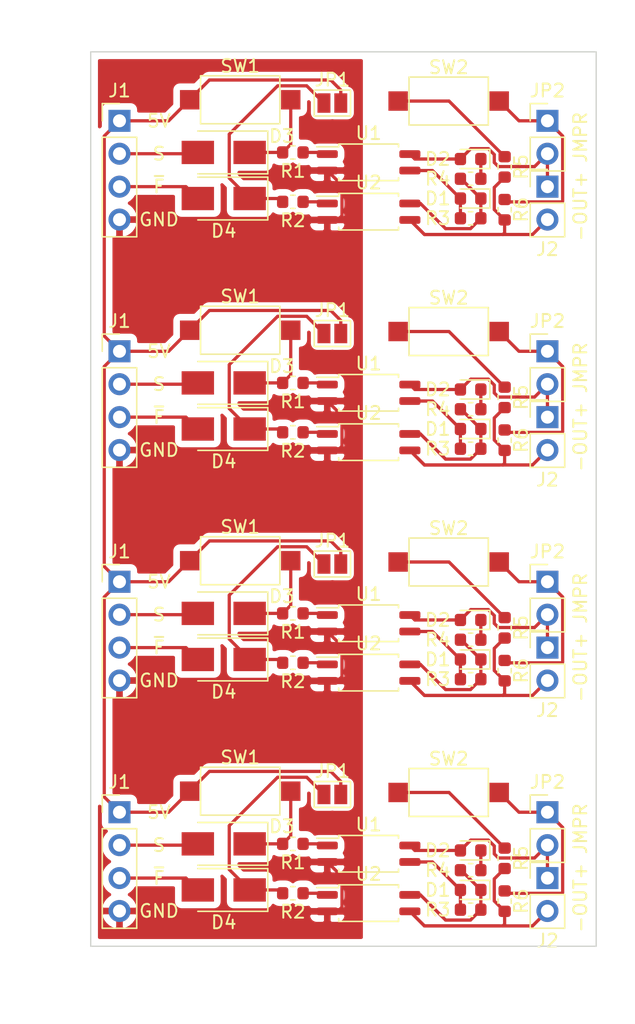
<source format=kicad_pcb>
(kicad_pcb (version 20171130) (host pcbnew "(5.1.6)-1")
  (layers (0 F.Cu signal) (31 B.Cu signal) (34 B.Paste user) (35 F.Paste user) (36 B.SilkS user) (37 F.SilkS user) (38 B.Mask user) (39 F.Mask user) (44 Edge.Cuts user))
  (net 0 "")
  (net 1 "Net-(D1-Pad1)")
  (net 2 "Net-(D1-Pad2)")
  (net 3 "Net-(D2-Pad1)")
  (net 4 /sheet62FC27C3/~fault_in)
  (net 5 /sheet62FC27C3/signal_in)
  (net 6 /sheet62FC27C3/CS_TX_unit_raw/data_transmittor_anode)
  (net 7 /sheet62FC27C3/CS_TX_unit_raw/fault_inducer_anode)
  (net 8 GND)
  (net 9 /signal)
  (net 10 /~fault)
  (net 11 +5V)
  (net 12 /out+)
  (net 13 /out-)
  (net 14 "Net-(JP2-Pad1)")
  (net 15 "Net-(R5-Pad2)")
  (module Connector_PinHeader_2.54mm:PinHeader_1x02_P2.54mm_Vertical (layer F.Cu) (at 105.24 183.74)
    (fp_text reference J2 (at 0 4.826) (layer F.SilkS))
    (fp_text value Conn_01x02_Male)
    (pad 2 thru_hole oval (at 0 2.54) (size 1.7 1.7) (drill 1) (layers *.Cu *.Mask))
    (pad 1 thru_hole rect (at 0 0) (size 1.7 1.7) (drill 1) (layers *.Cu *.Mask))
  )
  (module Connector_PinHeader_2.54mm:PinHeader_1x04_P2.54mm_Vertical (layer F.Cu) (at 72.22 178.66)
    (fp_text reference J1 (at 0 -2.33) (layer F.SilkS))
    (fp_text value Conn_01x04_Male)
    (pad 4 thru_hole oval (at 0 7.62) (size 1.7 1.7) (drill 1) (layers *.Cu *.Mask) (net 8 GND))
    (pad 3 thru_hole oval (at 0 5.08) (size 1.7 1.7) (drill 1) (layers *.Cu *.Mask))
    (pad 2 thru_hole oval (at 0 2.54) (size 1.7 1.7) (drill 1) (layers *.Cu *.Mask))
    (pad 1 thru_hole rect (at 0 0) (size 1.7 1.7) (drill 1) (layers *.Cu *.Mask) (net 11 +5V))
  )
  (module Button_Switch_SMD:SW_SPST_CK_RS282G05A3 (layer F.Cu) (at 81.534 177.036)
    (fp_text reference SW1 (at 0 -2.6) (layer F.SilkS))
    (fp_text value SW_Push)
    (pad 2 smd rect (at 3.9 0) (size 1.5 1.5) (layers F.Cu F.Paste F.Mask))
    (pad 1 smd rect (at -3.9 0) (size 1.5 1.5) (layers F.Cu F.Paste F.Mask) (net 11 +5V))
  )
  (module Diode_SMD:D_SMA (layer F.Cu) (at 80.264 184.656 180)
    (fp_text reference D4 (at 0 -2.5) (layer F.SilkS))
    (fp_text value D)
    (pad 1 smd rect (at -2 0 180) (size 2.5 1.8) (layers F.Cu F.Paste F.Mask))
    (pad 2 smd rect (at 2 0 180) (size 2.5 1.8) (layers F.Cu F.Paste F.Mask))
  )
  (module Diode_SMD:D_SMA (layer F.Cu) (at 80.264 181.1 180)
    (fp_text reference D3 (at -4.486 1.35) (layer F.SilkS))
    (fp_text value D)
    (pad 2 smd rect (at 2 0 180) (size 2.5 1.8) (layers F.Cu F.Paste F.Mask))
    (pad 1 smd rect (at -2 0 180) (size 2.5 1.8) (layers F.Cu F.Paste F.Mask))
  )
  (module Jumper:SolderJumper-2_P1.3mm_Open_Pad1.0x1.5mm (layer F.Cu) (at 88.646 177.29)
    (fp_text reference JP1 (at 0 -1.8) (layer F.SilkS))
    (fp_text value SolderJumper_2_Open)
    (pad 1 smd rect (at -0.65 0) (size 1 1.5) (layers F.Cu F.Mask))
    (pad 2 smd rect (at 0.65 0) (size 1 1.5) (layers F.Cu F.Mask) (net 11 +5V))
  )
  (module Resistor_SMD:R_0603_1608Metric (layer F.Cu) (at 101.938 185.518 270)
    (fp_text reference R6 (at 0 -1.27 90) (layer F.SilkS))
    (fp_text value 20k)
    (pad 2 smd roundrect (at 0.7875 0 270) (size 0.875 0.95) (layers F.Cu F.Paste F.Mask))
    (pad 1 smd roundrect (at -0.7875 0 270) (size 0.875 0.95) (layers F.Cu F.Paste F.Mask))
  )
  (module Resistor_SMD:R_0603_1608Metric (layer F.Cu) (at 101.938 182.216 90)
    (fp_text reference R5 (at 0 1.27 90) (layer F.SilkS))
    (fp_text value 1k)
    (pad 1 smd roundrect (at -0.7875 0 90) (size 0.875 0.95) (layers F.Cu F.Paste F.Mask))
    (pad 2 smd roundrect (at 0.7875 0 90) (size 0.875 0.95) (layers F.Cu F.Paste F.Mask))
  )
  (module Connector_PinHeader_2.54mm:PinHeader_1x02_P2.54mm_Vertical (layer F.Cu) (at 105.24 178.66)
    (fp_text reference JP2 (at 0 -2.33) (layer F.SilkS))
    (fp_text value Jumper)
    (pad 2 thru_hole oval (at 0 2.54) (size 1.7 1.7) (drill 1) (layers *.Cu *.Mask))
    (pad 1 thru_hole rect (at 0 0) (size 1.7 1.7) (drill 1) (layers *.Cu *.Mask))
  )
  (module Button_Switch_SMD:SW_SPST_CK_RS282G05A3 (layer F.Cu) (at 97.62 177.136)
    (fp_text reference SW2 (at 0 -2.6035) (layer F.SilkS))
    (fp_text value SW_Push)
    (pad 2 smd rect (at 3.9 0) (size 1.5 1.5) (layers F.Cu F.Paste F.Mask))
    (pad 1 smd rect (at -3.9 0) (size 1.5 1.5) (layers F.Cu F.Paste F.Mask))
  )
  (module Package_SO:SOP-4_4.4x2.6mm_P1.27mm (layer F.Cu) (at 91.44 181.862)
    (fp_text reference U1 (at 0 -2.25) (layer F.SilkS))
    (fp_text value TCMT1109)
    (pad 4 smd roundrect (at 3.1875 -0.635) (size 1.625 0.6) (layers F.Cu F.Paste F.Mask))
    (pad 3 smd roundrect (at 3.1875 0.635) (size 1.625 0.6) (layers F.Cu F.Paste F.Mask))
    (pad 2 smd roundrect (at -3.1875 0.635) (size 1.625 0.6) (layers F.Cu F.Paste F.Mask) (net 8 GND))
    (pad 1 smd roundrect (at -3.1875 -0.635) (size 1.625 0.6) (layers F.Cu F.Paste F.Mask))
  )
  (module LED_SMD:LED_0603_1608Metric (layer F.Cu) (at 99.314 184.656 180)
    (fp_text reference D1 (at 2.54 0) (layer F.SilkS))
    (fp_text value GREEN)
    (pad 2 smd roundrect (at 0.7875 0 180) (size 0.875 0.95) (layers F.Cu F.Paste F.Mask))
    (pad 1 smd roundrect (at -0.7875 0 180) (size 0.875 0.95) (layers F.Cu F.Paste F.Mask))
  )
  (module Resistor_SMD:R_0603_1608Metric (layer F.Cu) (at 99.314 186.18 180)
    (fp_text reference R3 (at 2.54 0) (layer F.SilkS))
    (fp_text value 1k)
    (pad 1 smd roundrect (at -0.7875 0 180) (size 0.875 0.95) (layers F.Cu F.Paste F.Mask))
    (pad 2 smd roundrect (at 0.7875 0 180) (size 0.875 0.95) (layers F.Cu F.Paste F.Mask))
  )
  (module Resistor_SMD:R_0603_1608Metric (layer F.Cu) (at 85.598 184.91 180)
    (fp_text reference R2 (at 0 -1.43) (layer F.SilkS))
    (fp_text value 500)
    (pad 1 smd roundrect (at -0.7875 0 180) (size 0.875 0.95) (layers F.Cu F.Paste F.Mask))
    (pad 2 smd roundrect (at 0.7875 0 180) (size 0.875 0.95) (layers F.Cu F.Paste F.Mask))
  )
  (module Resistor_SMD:R_0603_1608Metric (layer F.Cu) (at 85.598 181.1 180)
    (fp_text reference R1 (at 0 -1.43) (layer F.SilkS))
    (fp_text value 500)
    (pad 2 smd roundrect (at 0.7875 0 180) (size 0.875 0.95) (layers F.Cu F.Paste F.Mask))
    (pad 1 smd roundrect (at -0.7875 0 180) (size 0.875 0.95) (layers F.Cu F.Paste F.Mask))
  )
  (module LED_SMD:LED_0603_1608Metric (layer F.Cu) (at 99.314 181.608 180)
    (fp_text reference D2 (at 2.54 0) (layer F.SilkS))
    (fp_text value GREEN)
    (pad 1 smd roundrect (at -0.7875 0 180) (size 0.875 0.95) (layers F.Cu F.Paste F.Mask))
    (pad 2 smd roundrect (at 0.7875 0 180) (size 0.875 0.95) (layers F.Cu F.Paste F.Mask))
  )
  (module Resistor_SMD:R_0603_1608Metric (layer F.Cu) (at 99.314 183.132 180)
    (fp_text reference R4 (at 2.54 0) (layer F.SilkS))
    (fp_text value 20k)
    (pad 2 smd roundrect (at 0.7875 0 180) (size 0.875 0.95) (layers F.Cu F.Paste F.Mask))
    (pad 1 smd roundrect (at -0.7875 0 180) (size 0.875 0.95) (layers F.Cu F.Paste F.Mask))
  )
  (module Package_SO:SOP-4_4.4x2.6mm_P1.27mm (layer F.Cu) (at 91.44 185.672)
    (fp_text reference U2 (at 0 -2.25) (layer F.SilkS))
    (fp_text value TCMT1109)
    (pad 1 smd roundrect (at -3.1875 -0.635) (size 1.625 0.6) (layers F.Cu F.Paste F.Mask))
    (pad 2 smd roundrect (at -3.1875 0.635) (size 1.625 0.6) (layers F.Cu F.Paste F.Mask) (net 8 GND))
    (pad 3 smd roundrect (at 3.1875 0.635) (size 1.625 0.6) (layers F.Cu F.Paste F.Mask))
    (pad 4 smd roundrect (at 3.1875 -0.635) (size 1.625 0.6) (layers F.Cu F.Paste F.Mask))
  )
  (module Connector_PinHeader_2.54mm:PinHeader_1x02_P2.54mm_Vertical (layer F.Cu) (at 105.24 165.96)
    (fp_text reference J2 (at 0 4.826) (layer F.SilkS))
    (fp_text value Conn_01x02_Male)
    (pad 2 thru_hole oval (at 0 2.54) (size 1.7 1.7) (drill 1) (layers *.Cu *.Mask))
    (pad 1 thru_hole rect (at 0 0) (size 1.7 1.7) (drill 1) (layers *.Cu *.Mask))
  )
  (module Connector_PinHeader_2.54mm:PinHeader_1x04_P2.54mm_Vertical (layer F.Cu) (at 72.22 160.88)
    (fp_text reference J1 (at 0 -2.33) (layer F.SilkS))
    (fp_text value Conn_01x04_Male)
    (pad 4 thru_hole oval (at 0 7.62) (size 1.7 1.7) (drill 1) (layers *.Cu *.Mask) (net 8 GND))
    (pad 3 thru_hole oval (at 0 5.08) (size 1.7 1.7) (drill 1) (layers *.Cu *.Mask))
    (pad 2 thru_hole oval (at 0 2.54) (size 1.7 1.7) (drill 1) (layers *.Cu *.Mask))
    (pad 1 thru_hole rect (at 0 0) (size 1.7 1.7) (drill 1) (layers *.Cu *.Mask) (net 11 +5V))
  )
  (module Button_Switch_SMD:SW_SPST_CK_RS282G05A3 (layer F.Cu) (at 81.534 159.256)
    (fp_text reference SW1 (at 0 -2.6) (layer F.SilkS))
    (fp_text value SW_Push)
    (pad 2 smd rect (at 3.9 0) (size 1.5 1.5) (layers F.Cu F.Paste F.Mask))
    (pad 1 smd rect (at -3.9 0) (size 1.5 1.5) (layers F.Cu F.Paste F.Mask) (net 11 +5V))
  )
  (module Diode_SMD:D_SMA (layer F.Cu) (at 80.264 166.876 180)
    (fp_text reference D4 (at 0 -2.5) (layer F.SilkS))
    (fp_text value D)
    (pad 1 smd rect (at -2 0 180) (size 2.5 1.8) (layers F.Cu F.Paste F.Mask))
    (pad 2 smd rect (at 2 0 180) (size 2.5 1.8) (layers F.Cu F.Paste F.Mask))
  )
  (module Diode_SMD:D_SMA (layer F.Cu) (at 80.264 163.32 180)
    (fp_text reference D3 (at -4.486 1.32) (layer F.SilkS))
    (fp_text value D)
    (pad 2 smd rect (at 2 0 180) (size 2.5 1.8) (layers F.Cu F.Paste F.Mask))
    (pad 1 smd rect (at -2 0 180) (size 2.5 1.8) (layers F.Cu F.Paste F.Mask))
  )
  (module Jumper:SolderJumper-2_P1.3mm_Open_Pad1.0x1.5mm (layer F.Cu) (at 88.646 159.51)
    (fp_text reference JP1 (at 0 -1.8) (layer F.SilkS))
    (fp_text value SolderJumper_2_Open)
    (pad 1 smd rect (at -0.65 0) (size 1 1.5) (layers F.Cu F.Mask))
    (pad 2 smd rect (at 0.65 0) (size 1 1.5) (layers F.Cu F.Mask) (net 11 +5V))
  )
  (module Resistor_SMD:R_0603_1608Metric (layer F.Cu) (at 101.938 167.738 270)
    (fp_text reference R6 (at 0 -1.27 90) (layer F.SilkS))
    (fp_text value 20k)
    (pad 2 smd roundrect (at 0.7875 0 270) (size 0.875 0.95) (layers F.Cu F.Paste F.Mask))
    (pad 1 smd roundrect (at -0.7875 0 270) (size 0.875 0.95) (layers F.Cu F.Paste F.Mask))
  )
  (module Resistor_SMD:R_0603_1608Metric (layer F.Cu) (at 101.938 164.436 90)
    (fp_text reference R5 (at 0 1.27 90) (layer F.SilkS))
    (fp_text value 1k)
    (pad 1 smd roundrect (at -0.7875 0 90) (size 0.875 0.95) (layers F.Cu F.Paste F.Mask))
    (pad 2 smd roundrect (at 0.7875 0 90) (size 0.875 0.95) (layers F.Cu F.Paste F.Mask))
  )
  (module Connector_PinHeader_2.54mm:PinHeader_1x02_P2.54mm_Vertical (layer F.Cu) (at 105.24 160.88)
    (fp_text reference JP2 (at 0 -2.33) (layer F.SilkS))
    (fp_text value Jumper)
    (pad 2 thru_hole oval (at 0 2.54) (size 1.7 1.7) (drill 1) (layers *.Cu *.Mask))
    (pad 1 thru_hole rect (at 0 0) (size 1.7 1.7) (drill 1) (layers *.Cu *.Mask))
  )
  (module Button_Switch_SMD:SW_SPST_CK_RS282G05A3 (layer F.Cu) (at 97.62 159.356)
    (fp_text reference SW2 (at 0 -2.6035) (layer F.SilkS))
    (fp_text value SW_Push)
    (pad 2 smd rect (at 3.9 0) (size 1.5 1.5) (layers F.Cu F.Paste F.Mask))
    (pad 1 smd rect (at -3.9 0) (size 1.5 1.5) (layers F.Cu F.Paste F.Mask))
  )
  (module Package_SO:SOP-4_4.4x2.6mm_P1.27mm (layer F.Cu) (at 91.44 164.082)
    (fp_text reference U1 (at 0 -2.25) (layer F.SilkS))
    (fp_text value TCMT1109)
    (pad 4 smd roundrect (at 3.1875 -0.635) (size 1.625 0.6) (layers F.Cu F.Paste F.Mask))
    (pad 3 smd roundrect (at 3.1875 0.635) (size 1.625 0.6) (layers F.Cu F.Paste F.Mask))
    (pad 2 smd roundrect (at -3.1875 0.635) (size 1.625 0.6) (layers F.Cu F.Paste F.Mask) (net 8 GND))
    (pad 1 smd roundrect (at -3.1875 -0.635) (size 1.625 0.6) (layers F.Cu F.Paste F.Mask))
  )
  (module LED_SMD:LED_0603_1608Metric (layer F.Cu) (at 99.314 166.876 180)
    (fp_text reference D1 (at 2.54 0) (layer F.SilkS))
    (fp_text value GREEN)
    (pad 2 smd roundrect (at 0.7875 0 180) (size 0.875 0.95) (layers F.Cu F.Paste F.Mask))
    (pad 1 smd roundrect (at -0.7875 0 180) (size 0.875 0.95) (layers F.Cu F.Paste F.Mask))
  )
  (module Resistor_SMD:R_0603_1608Metric (layer F.Cu) (at 99.314 168.4 180)
    (fp_text reference R3 (at 2.54 0) (layer F.SilkS))
    (fp_text value 1k)
    (pad 1 smd roundrect (at -0.7875 0 180) (size 0.875 0.95) (layers F.Cu F.Paste F.Mask))
    (pad 2 smd roundrect (at 0.7875 0 180) (size 0.875 0.95) (layers F.Cu F.Paste F.Mask))
  )
  (module Resistor_SMD:R_0603_1608Metric (layer F.Cu) (at 85.598 167.13 180)
    (fp_text reference R2 (at 0 -1.43) (layer F.SilkS))
    (fp_text value 500)
    (pad 1 smd roundrect (at -0.7875 0 180) (size 0.875 0.95) (layers F.Cu F.Paste F.Mask))
    (pad 2 smd roundrect (at 0.7875 0 180) (size 0.875 0.95) (layers F.Cu F.Paste F.Mask))
  )
  (module Resistor_SMD:R_0603_1608Metric (layer F.Cu) (at 85.598 163.32 180)
    (fp_text reference R1 (at 0 -1.43) (layer F.SilkS))
    (fp_text value 500)
    (pad 2 smd roundrect (at 0.7875 0 180) (size 0.875 0.95) (layers F.Cu F.Paste F.Mask))
    (pad 1 smd roundrect (at -0.7875 0 180) (size 0.875 0.95) (layers F.Cu F.Paste F.Mask))
  )
  (module LED_SMD:LED_0603_1608Metric (layer F.Cu) (at 99.314 163.828 180)
    (fp_text reference D2 (at 2.54 0) (layer F.SilkS))
    (fp_text value GREEN)
    (pad 1 smd roundrect (at -0.7875 0 180) (size 0.875 0.95) (layers F.Cu F.Paste F.Mask))
    (pad 2 smd roundrect (at 0.7875 0 180) (size 0.875 0.95) (layers F.Cu F.Paste F.Mask))
  )
  (module Resistor_SMD:R_0603_1608Metric (layer F.Cu) (at 99.314 165.352 180)
    (fp_text reference R4 (at 2.54 0) (layer F.SilkS))
    (fp_text value 20k)
    (pad 2 smd roundrect (at 0.7875 0 180) (size 0.875 0.95) (layers F.Cu F.Paste F.Mask))
    (pad 1 smd roundrect (at -0.7875 0 180) (size 0.875 0.95) (layers F.Cu F.Paste F.Mask))
  )
  (module Package_SO:SOP-4_4.4x2.6mm_P1.27mm (layer F.Cu) (at 91.44 167.892)
    (fp_text reference U2 (at 0 -2.25) (layer F.SilkS))
    (fp_text value TCMT1109)
    (pad 1 smd roundrect (at -3.1875 -0.635) (size 1.625 0.6) (layers F.Cu F.Paste F.Mask))
    (pad 2 smd roundrect (at -3.1875 0.635) (size 1.625 0.6) (layers F.Cu F.Paste F.Mask) (net 8 GND))
    (pad 3 smd roundrect (at 3.1875 0.635) (size 1.625 0.6) (layers F.Cu F.Paste F.Mask))
    (pad 4 smd roundrect (at 3.1875 -0.635) (size 1.625 0.6) (layers F.Cu F.Paste F.Mask))
  )
  (module Connector_PinHeader_2.54mm:PinHeader_1x02_P2.54mm_Vertical (layer F.Cu) (at 105.24 148.18)
    (fp_text reference J2 (at 0 4.826) (layer F.SilkS))
    (fp_text value Conn_01x02_Male)
    (pad 2 thru_hole oval (at 0 2.54) (size 1.7 1.7) (drill 1) (layers *.Cu *.Mask))
    (pad 1 thru_hole rect (at 0 0) (size 1.7 1.7) (drill 1) (layers *.Cu *.Mask))
  )
  (module Connector_PinHeader_2.54mm:PinHeader_1x04_P2.54mm_Vertical (layer F.Cu) (at 72.22 143.1)
    (fp_text reference J1 (at 0 -2.33) (layer F.SilkS))
    (fp_text value Conn_01x04_Male)
    (pad 4 thru_hole oval (at 0 7.62) (size 1.7 1.7) (drill 1) (layers *.Cu *.Mask) (net 8 GND))
    (pad 3 thru_hole oval (at 0 5.08) (size 1.7 1.7) (drill 1) (layers *.Cu *.Mask))
    (pad 2 thru_hole oval (at 0 2.54) (size 1.7 1.7) (drill 1) (layers *.Cu *.Mask))
    (pad 1 thru_hole rect (at 0 0) (size 1.7 1.7) (drill 1) (layers *.Cu *.Mask) (net 11 +5V))
  )
  (module Button_Switch_SMD:SW_SPST_CK_RS282G05A3 (layer F.Cu) (at 81.534 141.476)
    (fp_text reference SW1 (at 0 -2.6) (layer F.SilkS))
    (fp_text value SW_Push)
    (pad 2 smd rect (at 3.9 0) (size 1.5 1.5) (layers F.Cu F.Paste F.Mask))
    (pad 1 smd rect (at -3.9 0) (size 1.5 1.5) (layers F.Cu F.Paste F.Mask) (net 11 +5V))
  )
  (module Diode_SMD:D_SMA (layer F.Cu) (at 80.264 149.096 180)
    (fp_text reference D4 (at 0 -2.5) (layer F.SilkS))
    (fp_text value D)
    (pad 1 smd rect (at -2 0 180) (size 2.5 1.8) (layers F.Cu F.Paste F.Mask))
    (pad 2 smd rect (at 2 0 180) (size 2.5 1.8) (layers F.Cu F.Paste F.Mask))
  )
  (module Diode_SMD:D_SMA (layer F.Cu) (at 80.264 145.54 180)
    (fp_text reference D3 (at -4.486 1.29) (layer F.SilkS))
    (fp_text value D)
    (pad 2 smd rect (at 2 0 180) (size 2.5 1.8) (layers F.Cu F.Paste F.Mask))
    (pad 1 smd rect (at -2 0 180) (size 2.5 1.8) (layers F.Cu F.Paste F.Mask))
  )
  (module Jumper:SolderJumper-2_P1.3mm_Open_Pad1.0x1.5mm (layer F.Cu) (at 88.646 141.73)
    (fp_text reference JP1 (at 0 -1.8) (layer F.SilkS))
    (fp_text value SolderJumper_2_Open)
    (pad 1 smd rect (at -0.65 0) (size 1 1.5) (layers F.Cu F.Mask))
    (pad 2 smd rect (at 0.65 0) (size 1 1.5) (layers F.Cu F.Mask) (net 11 +5V))
  )
  (module Resistor_SMD:R_0603_1608Metric (layer F.Cu) (at 101.938 149.958 270)
    (fp_text reference R6 (at 0 -1.27 90) (layer F.SilkS))
    (fp_text value 20k)
    (pad 2 smd roundrect (at 0.7875 0 270) (size 0.875 0.95) (layers F.Cu F.Paste F.Mask))
    (pad 1 smd roundrect (at -0.7875 0 270) (size 0.875 0.95) (layers F.Cu F.Paste F.Mask))
  )
  (module Resistor_SMD:R_0603_1608Metric (layer F.Cu) (at 101.938 146.656 90)
    (fp_text reference R5 (at 0 1.27 90) (layer F.SilkS))
    (fp_text value 1k)
    (pad 1 smd roundrect (at -0.7875 0 90) (size 0.875 0.95) (layers F.Cu F.Paste F.Mask))
    (pad 2 smd roundrect (at 0.7875 0 90) (size 0.875 0.95) (layers F.Cu F.Paste F.Mask))
  )
  (module Connector_PinHeader_2.54mm:PinHeader_1x02_P2.54mm_Vertical (layer F.Cu) (at 105.24 143.1)
    (fp_text reference JP2 (at 0 -2.33) (layer F.SilkS))
    (fp_text value Jumper)
    (pad 2 thru_hole oval (at 0 2.54) (size 1.7 1.7) (drill 1) (layers *.Cu *.Mask))
    (pad 1 thru_hole rect (at 0 0) (size 1.7 1.7) (drill 1) (layers *.Cu *.Mask))
  )
  (module Button_Switch_SMD:SW_SPST_CK_RS282G05A3 (layer F.Cu) (at 97.62 141.576)
    (fp_text reference SW2 (at 0 -2.6035) (layer F.SilkS))
    (fp_text value SW_Push)
    (pad 2 smd rect (at 3.9 0) (size 1.5 1.5) (layers F.Cu F.Paste F.Mask))
    (pad 1 smd rect (at -3.9 0) (size 1.5 1.5) (layers F.Cu F.Paste F.Mask))
  )
  (module Package_SO:SOP-4_4.4x2.6mm_P1.27mm (layer F.Cu) (at 91.44 146.302)
    (fp_text reference U1 (at 0 -2.25) (layer F.SilkS))
    (fp_text value TCMT1109)
    (pad 4 smd roundrect (at 3.1875 -0.635) (size 1.625 0.6) (layers F.Cu F.Paste F.Mask))
    (pad 3 smd roundrect (at 3.1875 0.635) (size 1.625 0.6) (layers F.Cu F.Paste F.Mask))
    (pad 2 smd roundrect (at -3.1875 0.635) (size 1.625 0.6) (layers F.Cu F.Paste F.Mask) (net 8 GND))
    (pad 1 smd roundrect (at -3.1875 -0.635) (size 1.625 0.6) (layers F.Cu F.Paste F.Mask))
  )
  (module LED_SMD:LED_0603_1608Metric (layer F.Cu) (at 99.314 149.096 180)
    (fp_text reference D1 (at 2.54 0) (layer F.SilkS))
    (fp_text value GREEN)
    (pad 2 smd roundrect (at 0.7875 0 180) (size 0.875 0.95) (layers F.Cu F.Paste F.Mask))
    (pad 1 smd roundrect (at -0.7875 0 180) (size 0.875 0.95) (layers F.Cu F.Paste F.Mask))
  )
  (module Resistor_SMD:R_0603_1608Metric (layer F.Cu) (at 99.314 150.62 180)
    (fp_text reference R3 (at 2.54 0) (layer F.SilkS))
    (fp_text value 1k)
    (pad 1 smd roundrect (at -0.7875 0 180) (size 0.875 0.95) (layers F.Cu F.Paste F.Mask))
    (pad 2 smd roundrect (at 0.7875 0 180) (size 0.875 0.95) (layers F.Cu F.Paste F.Mask))
  )
  (module Resistor_SMD:R_0603_1608Metric (layer F.Cu) (at 85.598 149.35 180)
    (fp_text reference R2 (at 0 -1.43) (layer F.SilkS))
    (fp_text value 500)
    (pad 1 smd roundrect (at -0.7875 0 180) (size 0.875 0.95) (layers F.Cu F.Paste F.Mask))
    (pad 2 smd roundrect (at 0.7875 0 180) (size 0.875 0.95) (layers F.Cu F.Paste F.Mask))
  )
  (module Resistor_SMD:R_0603_1608Metric (layer F.Cu) (at 85.598 145.54 180)
    (fp_text reference R1 (at 0 -1.43) (layer F.SilkS))
    (fp_text value 500)
    (pad 2 smd roundrect (at 0.7875 0 180) (size 0.875 0.95) (layers F.Cu F.Paste F.Mask))
    (pad 1 smd roundrect (at -0.7875 0 180) (size 0.875 0.95) (layers F.Cu F.Paste F.Mask))
  )
  (module LED_SMD:LED_0603_1608Metric (layer F.Cu) (at 99.314 146.048 180)
    (fp_text reference D2 (at 2.54 0) (layer F.SilkS))
    (fp_text value GREEN)
    (pad 1 smd roundrect (at -0.7875 0 180) (size 0.875 0.95) (layers F.Cu F.Paste F.Mask))
    (pad 2 smd roundrect (at 0.7875 0 180) (size 0.875 0.95) (layers F.Cu F.Paste F.Mask))
  )
  (module Resistor_SMD:R_0603_1608Metric (layer F.Cu) (at 99.314 147.572 180)
    (fp_text reference R4 (at 2.54 0) (layer F.SilkS))
    (fp_text value 20k)
    (pad 2 smd roundrect (at 0.7875 0 180) (size 0.875 0.95) (layers F.Cu F.Paste F.Mask))
    (pad 1 smd roundrect (at -0.7875 0 180) (size 0.875 0.95) (layers F.Cu F.Paste F.Mask))
  )
  (module Package_SO:SOP-4_4.4x2.6mm_P1.27mm (layer F.Cu) (at 91.44 150.112)
    (fp_text reference U2 (at 0 -2.25) (layer F.SilkS))
    (fp_text value TCMT1109)
    (pad 1 smd roundrect (at -3.1875 -0.635) (size 1.625 0.6) (layers F.Cu F.Paste F.Mask))
    (pad 2 smd roundrect (at -3.1875 0.635) (size 1.625 0.6) (layers F.Cu F.Paste F.Mask) (net 8 GND))
    (pad 3 smd roundrect (at 3.1875 0.635) (size 1.625 0.6) (layers F.Cu F.Paste F.Mask))
    (pad 4 smd roundrect (at 3.1875 -0.635) (size 1.625 0.6) (layers F.Cu F.Paste F.Mask))
  )
  (module LED_SMD:LED_0603_1608Metric (layer F.Cu) (at 99.314 131.316 180)
    (fp_text reference D1 (at 2.54 0) (layer F.SilkS))
    (fp_text value GREEN)
    (pad 1 smd roundrect (at -0.7875 0 180) (size 0.875 0.95) (layers F.Cu F.Paste F.Mask) (net 1 "Net-(D1-Pad1)"))
    (pad 2 smd roundrect (at 0.7875 0 180) (size 0.875 0.95) (layers F.Cu F.Paste F.Mask) (net 2 "Net-(D1-Pad2)"))
  )
  (module LED_SMD:LED_0603_1608Metric (layer F.Cu) (at 99.314 128.268 180)
    (fp_text reference D2 (at 2.54 0) (layer F.SilkS))
    (fp_text value GREEN)
    (pad 2 smd roundrect (at 0.7875 0 180) (size 0.875 0.95) (layers F.Cu F.Paste F.Mask) (net 12 /out+))
    (pad 1 smd roundrect (at -0.7875 0 180) (size 0.875 0.95) (layers F.Cu F.Paste F.Mask) (net 3 "Net-(D2-Pad1)"))
  )
  (module Resistor_SMD:R_0603_1608Metric (layer F.Cu) (at 85.598 127.76 180)
    (fp_text reference R1 (at 0 -1.43) (layer F.SilkS))
    (fp_text value 500)
    (pad 1 smd roundrect (at -0.7875 0 180) (size 0.875 0.95) (layers F.Cu F.Paste F.Mask) (net 6 /sheet62FC27C3/CS_TX_unit_raw/data_transmittor_anode))
    (pad 2 smd roundrect (at 0.7875 0 180) (size 0.875 0.95) (layers F.Cu F.Paste F.Mask) (net 5 /sheet62FC27C3/signal_in))
  )
  (module Resistor_SMD:R_0603_1608Metric (layer F.Cu) (at 85.598 131.57 180)
    (fp_text reference R2 (at 0 -1.43) (layer F.SilkS))
    (fp_text value 500)
    (pad 2 smd roundrect (at 0.7875 0 180) (size 0.875 0.95) (layers F.Cu F.Paste F.Mask) (net 4 /sheet62FC27C3/~fault_in))
    (pad 1 smd roundrect (at -0.7875 0 180) (size 0.875 0.95) (layers F.Cu F.Paste F.Mask) (net 7 /sheet62FC27C3/CS_TX_unit_raw/fault_inducer_anode))
  )
  (module Resistor_SMD:R_0603_1608Metric (layer F.Cu) (at 99.314 132.84 180)
    (fp_text reference R3 (at 2.54 0) (layer F.SilkS))
    (fp_text value 1k)
    (pad 2 smd roundrect (at 0.7875 0 180) (size 0.875 0.95) (layers F.Cu F.Paste F.Mask) (net 2 "Net-(D1-Pad2)"))
    (pad 1 smd roundrect (at -0.7875 0 180) (size 0.875 0.95) (layers F.Cu F.Paste F.Mask) (net 1 "Net-(D1-Pad1)"))
  )
  (module Resistor_SMD:R_0603_1608Metric (layer F.Cu) (at 99.314 129.792 180)
    (fp_text reference R4 (at 2.54 0) (layer F.SilkS))
    (fp_text value 20k)
    (pad 1 smd roundrect (at -0.7875 0 180) (size 0.875 0.95) (layers F.Cu F.Paste F.Mask) (net 3 "Net-(D2-Pad1)"))
    (pad 2 smd roundrect (at 0.7875 0 180) (size 0.875 0.95) (layers F.Cu F.Paste F.Mask) (net 1 "Net-(D1-Pad1)"))
  )
  (module Package_SO:SOP-4_4.4x2.6mm_P1.27mm (layer F.Cu) (at 91.44 128.522)
    (fp_text reference U1 (at 0 -2.25) (layer F.SilkS))
    (fp_text value TCMT1109)
    (pad 1 smd roundrect (at -3.1875 -0.635) (size 1.625 0.6) (layers F.Cu F.Paste F.Mask) (net 6 /sheet62FC27C3/CS_TX_unit_raw/data_transmittor_anode))
    (pad 2 smd roundrect (at -3.1875 0.635) (size 1.625 0.6) (layers F.Cu F.Paste F.Mask) (net 8 GND))
    (pad 3 smd roundrect (at 3.1875 0.635) (size 1.625 0.6) (layers F.Cu F.Paste F.Mask) (net 2 "Net-(D1-Pad2)"))
    (pad 4 smd roundrect (at 3.1875 -0.635) (size 1.625 0.6) (layers F.Cu F.Paste F.Mask) (net 12 /out+))
  )
  (module Package_SO:SOP-4_4.4x2.6mm_P1.27mm (layer F.Cu) (at 91.44 132.332)
    (fp_text reference U2 (at 0 -2.25) (layer F.SilkS))
    (fp_text value TCMT1109)
    (pad 4 smd roundrect (at 3.1875 -0.635) (size 1.625 0.6) (layers F.Cu F.Paste F.Mask) (net 1 "Net-(D1-Pad1)"))
    (pad 3 smd roundrect (at 3.1875 0.635) (size 1.625 0.6) (layers F.Cu F.Paste F.Mask) (net 13 /out-))
    (pad 2 smd roundrect (at -3.1875 0.635) (size 1.625 0.6) (layers F.Cu F.Paste F.Mask) (net 8 GND))
    (pad 1 smd roundrect (at -3.1875 -0.635) (size 1.625 0.6) (layers F.Cu F.Paste F.Mask) (net 7 /sheet62FC27C3/CS_TX_unit_raw/fault_inducer_anode))
  )
  (module Diode_SMD:D_SMA (layer F.Cu) (at 80.264 127.76 180)
    (fp_text reference D3 (at -4.486 1.26) (layer F.SilkS))
    (fp_text value D)
    (pad 1 smd rect (at -2 0 180) (size 2.5 1.8) (layers F.Cu F.Paste F.Mask) (net 5 /sheet62FC27C3/signal_in))
    (pad 2 smd rect (at 2 0 180) (size 2.5 1.8) (layers F.Cu F.Paste F.Mask) (net 9 /signal))
  )
  (module Diode_SMD:D_SMA (layer F.Cu) (at 80.264 131.316 180)
    (fp_text reference D4 (at 0 -2.5) (layer F.SilkS))
    (fp_text value D)
    (pad 2 smd rect (at 2 0 180) (size 2.5 1.8) (layers F.Cu F.Paste F.Mask) (net 10 /~fault))
    (pad 1 smd rect (at -2 0 180) (size 2.5 1.8) (layers F.Cu F.Paste F.Mask) (net 4 /sheet62FC27C3/~fault_in))
  )
  (module Jumper:SolderJumper-2_P1.3mm_Open_Pad1.0x1.5mm (layer F.Cu) (at 88.646 123.95)
    (fp_text reference JP1 (at 0 -1.8) (layer F.SilkS))
    (fp_text value SolderJumper_2_Open)
    (pad 2 smd rect (at 0.65 0) (size 1 1.5) (layers F.Cu F.Mask) (net 11 +5V))
    (pad 1 smd rect (at -0.65 0) (size 1 1.5) (layers F.Cu F.Mask) (net 4 /sheet62FC27C3/~fault_in))
  )
  (module Button_Switch_SMD:SW_SPST_CK_RS282G05A3 (layer F.Cu) (at 81.534 123.696)
    (fp_text reference SW1 (at 0 -2.6) (layer F.SilkS))
    (fp_text value SW_Push)
    (pad 1 smd rect (at -3.9 0) (size 1.5 1.5) (layers F.Cu F.Paste F.Mask) (net 11 +5V))
    (pad 2 smd rect (at 3.9 0) (size 1.5 1.5) (layers F.Cu F.Paste F.Mask) (net 5 /sheet62FC27C3/signal_in))
  )
  (module Connector_PinHeader_2.54mm:PinHeader_1x02_P2.54mm_Vertical (layer F.Cu) (at 105.24 125.32)
    (fp_text reference JP2 (at 0 -2.33) (layer F.SilkS))
    (fp_text value Jumper)
    (pad 1 thru_hole rect (at 0 0) (size 1.7 1.7) (drill 1) (layers *.Cu *.Mask) (net 14 "Net-(JP2-Pad1)"))
    (pad 2 thru_hole oval (at 0 2.54) (size 1.7 1.7) (drill 1) (layers *.Cu *.Mask) (net 12 /out+))
  )
  (module Resistor_SMD:R_0603_1608Metric (layer F.Cu) (at 101.938 128.876 90)
    (fp_text reference R5 (at 0 1.27 90) (layer F.SilkS))
    (fp_text value 1k)
    (pad 2 smd roundrect (at 0.7875 0 90) (size 0.875 0.95) (layers F.Cu F.Paste F.Mask) (net 15 "Net-(R5-Pad2)"))
    (pad 1 smd roundrect (at -0.7875 0 90) (size 0.875 0.95) (layers F.Cu F.Paste F.Mask) (net 13 /out-))
  )
  (module Resistor_SMD:R_0603_1608Metric (layer F.Cu) (at 101.938 132.178 270)
    (fp_text reference R6 (at 0 -1.27 90) (layer F.SilkS))
    (fp_text value 20k)
    (pad 1 smd roundrect (at -0.7875 0 270) (size 0.875 0.95) (layers F.Cu F.Paste F.Mask) (net 14 "Net-(JP2-Pad1)"))
    (pad 2 smd roundrect (at 0.7875 0 270) (size 0.875 0.95) (layers F.Cu F.Paste F.Mask) (net 13 /out-))
  )
  (module Button_Switch_SMD:SW_SPST_CK_RS282G05A3 (layer F.Cu) (at 97.62 123.796)
    (fp_text reference SW2 (at 0 -2.6035) (layer F.SilkS))
    (fp_text value SW_Push)
    (pad 1 smd rect (at -3.9 0) (size 1.5 1.5) (layers F.Cu F.Paste F.Mask) (net 15 "Net-(R5-Pad2)"))
    (pad 2 smd rect (at 3.9 0) (size 1.5 1.5) (layers F.Cu F.Paste F.Mask) (net 14 "Net-(JP2-Pad1)"))
  )
  (module Connector_PinHeader_2.54mm:PinHeader_1x04_P2.54mm_Vertical (layer F.Cu) (at 72.22 125.32)
    (fp_text reference J1 (at 0 -2.33) (layer F.SilkS))
    (fp_text value Conn_01x04_Male)
    (pad 1 thru_hole rect (at 0 0) (size 1.7 1.7) (drill 1) (layers *.Cu *.Mask) (net 11 +5V))
    (pad 2 thru_hole oval (at 0 2.54) (size 1.7 1.7) (drill 1) (layers *.Cu *.Mask) (net 9 /signal))
    (pad 3 thru_hole oval (at 0 5.08) (size 1.7 1.7) (drill 1) (layers *.Cu *.Mask) (net 10 /~fault))
    (pad 4 thru_hole oval (at 0 7.62) (size 1.7 1.7) (drill 1) (layers *.Cu *.Mask) (net 8 GND))
  )
  (module Connector_PinHeader_2.54mm:PinHeader_1x02_P2.54mm_Vertical (layer F.Cu) (at 105.24 130.4)
    (fp_text reference J2 (at 0 4.826) (layer F.SilkS))
    (fp_text value Conn_01x02_Male)
    (pad 1 thru_hole rect (at 0 0) (size 1.7 1.7) (drill 1) (layers *.Cu *.Mask) (net 12 /out+))
    (pad 2 thru_hole oval (at 0 2.54) (size 1.7 1.7) (drill 1) (layers *.Cu *.Mask) (net 13 /out-))
  )
  (gr_line (start 109 189) (end 109 120) (layer Edge.Cuts) (width 0.1))
  (gr_line (start 70 189) (end 109 189) (layer Edge.Cuts) (width 0.1))
  (gr_line (start 70 120) (end 70 189) (layer Edge.Cuts) (width 0.1))
  (gr_line (start 109 120) (end 70 120) (layer Edge.Cuts) (width 0.1))
  (gr_text JMPR (at 107.78 179.93 90) (layer F.SilkS) (effects (font (size 1 1))))
  (gr_text 5V (at 75.268 178.66) (layer F.SilkS) (effects (font (size 1 1))))
  (gr_text GND (at 75.268 186.28) (layer F.SilkS) (effects (font (size 1 1))))
  (gr_text S (at 75.268 181.2) (layer F.SilkS) (effects (font (size 1 1))))
  (gr_text -OUT+ (at 107.78 185.264 90) (layer F.SilkS) (effects (font (size 1 1))))
  (gr_text ~F (at 75.268 183.74) (layer F.SilkS) (effects (font (size 1 1))))
  (gr_text JMPR (at 107.78 162.15 90) (layer F.SilkS) (effects (font (size 1 1))))
  (gr_text 5V (at 75.268 160.88) (layer F.SilkS) (effects (font (size 1 1))))
  (gr_text GND (at 75.268 168.5) (layer F.SilkS) (effects (font (size 1 1))))
  (gr_text S (at 75.268 163.42) (layer F.SilkS) (effects (font (size 1 1))))
  (gr_text -OUT+ (at 107.78 167.484 90) (layer F.SilkS) (effects (font (size 1 1))))
  (gr_text ~F (at 75.268 165.96) (layer F.SilkS) (effects (font (size 1 1))))
  (gr_text JMPR (at 107.78 144.37 90) (layer F.SilkS) (effects (font (size 1 1))))
  (gr_text 5V (at 75.268 143.1) (layer F.SilkS) (effects (font (size 1 1))))
  (gr_text GND (at 75.268 150.72) (layer F.SilkS) (effects (font (size 1 1))))
  (gr_text S (at 75.268 145.64) (layer F.SilkS) (effects (font (size 1 1))))
  (gr_text -OUT+ (at 107.78 149.704 90) (layer F.SilkS) (effects (font (size 1 1))))
  (gr_text ~F (at 75.268 148.18) (layer F.SilkS) (effects (font (size 1 1))))
  (gr_text JMPR (at 107.78 126.59 90) (layer F.SilkS) (effects (font (size 1 1))))
  (gr_text -OUT+ (at 107.78 131.924 90) (layer F.SilkS) (effects (font (size 1 1))))
  (gr_text GND (at 75.268 132.94) (layer F.SilkS) (effects (font (size 1 1))))
  (gr_text ~F (at 75.268 130.4) (layer F.SilkS) (effects (font (size 1 1))))
  (gr_text S (at 75.268 127.86) (layer F.SilkS) (effects (font (size 1 1))))
  (gr_text 5V (at 75.268 125.32) (layer F.SilkS) (effects (font (size 1 1))))
  (segment (start 99.30149 151.42001) (end 97.38301 151.42001) (width 0.25) (layer F.Cu) (net 0))
  (segment (start 100.1015 150.62) (end 99.30149 151.42001) (width 0.25) (layer F.Cu) (net 0))
  (segment (start 98.5265 147.572) (end 98.5775 147.572) (width 0.25) (layer F.Cu) (net 0))
  (segment (start 100.1015 150.62) (end 100.1015 149.096) (width 0.25) (layer F.Cu) (net 0))
  (segment (start 97.38301 151.42001) (end 95.44 149.477) (width 0.25) (layer F.Cu) (net 0))
  (segment (start 95.44 149.477) (end 94.6275 149.477) (width 0.25) (layer F.Cu) (net 0))
  (segment (start 98.5775 147.572) (end 100.1015 149.096) (width 0.25) (layer F.Cu) (net 0))
  (segment (start 94.6275 146.937) (end 96.3675 146.937) (width 0.25) (layer F.Cu) (net 0))
  (segment (start 98.5265 150.62) (end 98.5265 149.096) (width 0.25) (layer F.Cu) (net 0))
  (segment (start 96.3675 146.937) (end 98.5265 149.096) (width 0.25) (layer F.Cu) (net 0))
  (segment (start 100.1015 146.048) (end 100.1015 147.572) (width 0.25) (layer F.Cu) (net 0))
  (segment (start 86.666999 140.400999) (end 87.996 141.73) (width 0.25) (layer F.Cu) (net 0))
  (segment (start 84.836 149.096) (end 82.264 149.096) (width 0.25) (layer F.Cu) (net 0))
  (segment (start 80.688999 147.520999) (end 80.688999 144.135999) (width 0.25) (layer F.Cu) (net 0))
  (segment (start 80.688999 144.135999) (end 84.423999 140.400999) (width 0.25) (layer F.Cu) (net 0))
  (segment (start 82.264 149.096) (end 80.688999 147.520999) (width 0.25) (layer F.Cu) (net 0))
  (segment (start 84.423999 140.400999) (end 86.666999 140.400999) (width 0.25) (layer F.Cu) (net 0))
  (segment (start 85.434 144.9165) (end 84.8105 145.54) (width 0.25) (layer F.Cu) (net 0))
  (segment (start 85.434 141.476) (end 85.434 144.9165) (width 0.25) (layer F.Cu) (net 0))
  (segment (start 82.264 145.54) (end 84.8105 145.54) (width 0.25) (layer F.Cu) (net 0))
  (segment (start 86.3855 145.54) (end 88.1255 145.54) (width 0.25) (layer F.Cu) (net 0))
  (segment (start 88.1255 145.54) (end 88.2525 145.667) (width 0.25) (layer F.Cu) (net 0))
  (segment (start 88.1255 149.35) (end 88.2525 149.477) (width 0.25) (layer F.Cu) (net 0))
  (segment (start 86.3855 149.35) (end 88.1255 149.35) (width 0.25) (layer F.Cu) (net 0))
  (segment (start 89.39001 148.07451) (end 88.2525 146.937) (width 0.25) (layer F.Cu) (net 8))
  (segment (start 89.39001 150.42199) (end 89.39001 148.07451) (width 0.25) (layer F.Cu) (net 8))
  (segment (start 88.2525 150.747) (end 89.065 150.747) (width 0.25) (layer F.Cu) (net 8))
  (segment (start 89.065 150.747) (end 89.39001 150.42199) (width 0.25) (layer F.Cu) (net 8))
  (segment (start 72.22 150.72) (end 88.2255 150.72) (width 0.25) (layer F.Cu) (net 8))
  (segment (start 88.2255 150.72) (end 88.2525 150.747) (width 0.25) (layer F.Cu) (net 8))
  (segment (start 72.22 145.64) (end 78.164 145.64) (width 0.25) (layer F.Cu) (net 0))
  (segment (start 78.164 145.64) (end 78.264 145.54) (width 0.25) (layer F.Cu) (net 0))
  (segment (start 77.348 148.18) (end 78.264 149.096) (width 0.25) (layer F.Cu) (net 0))
  (segment (start 72.22 148.18) (end 77.348 148.18) (width 0.25) (layer F.Cu) (net 0))
  (segment (start 88.516989 139.950989) (end 79.159011 139.950989) (width 0.25) (layer F.Cu) (net 11))
  (segment (start 89.296 141.73) (end 89.296 140.73) (width 0.25) (layer F.Cu) (net 11))
  (segment (start 79.159011 139.950989) (end 77.634 141.476) (width 0.25) (layer F.Cu) (net 11))
  (segment (start 89.296 140.73) (end 88.516989 139.950989) (width 0.25) (layer F.Cu) (net 11))
  (segment (start 76.01 143.1) (end 77.634 141.476) (width 0.25) (layer F.Cu) (net 11))
  (segment (start 72.22 143.1) (end 76.01 143.1) (width 0.25) (layer F.Cu) (net 11))
  (segment (start 95.0085 146.048) (end 94.6275 145.667) (width 0.25) (layer F.Cu) (net 0))
  (segment (start 98.5265 146.048) (end 95.0085 146.048) (width 0.25) (layer F.Cu) (net 0))
  (segment (start 101.456516 146.63101) (end 104.24899 146.63101) (width 0.25) (layer F.Cu) (net 0))
  (segment (start 99.32651 145.24799) (end 100.68108 145.24799) (width 0.25) (layer F.Cu) (net 0))
  (segment (start 101.13799 145.7049) (end 101.13799 146.312484) (width 0.25) (layer F.Cu) (net 0))
  (segment (start 104.24899 146.63101) (end 105.24 145.64) (width 0.25) (layer F.Cu) (net 0))
  (segment (start 101.13799 146.312484) (end 101.456516 146.63101) (width 0.25) (layer F.Cu) (net 0))
  (segment (start 98.5265 146.048) (end 99.32651 145.24799) (width 0.25) (layer F.Cu) (net 0))
  (segment (start 100.68108 145.24799) (end 101.13799 145.7049) (width 0.25) (layer F.Cu) (net 0))
  (segment (start 105.24 148.18) (end 105.24 145.64) (width 0.25) (layer F.Cu) (net 0))
  (segment (start 95.75052 151.87002) (end 101.54998 151.87002) (width 0.25) (layer F.Cu) (net 0))
  (segment (start 94.6275 150.747) (end 95.75052 151.87002) (width 0.25) (layer F.Cu) (net 0))
  (segment (start 101.938 151.736) (end 101.803981 151.870019) (width 0.25) (layer F.Cu) (net 0))
  (segment (start 101.938 150.7455) (end 101.938 151.736) (width 0.25) (layer F.Cu) (net 0))
  (segment (start 104.089981 151.870019) (end 101.803981 151.870019) (width 0.25) (layer F.Cu) (net 0))
  (segment (start 101.13799 149.94549) (end 101.13799 148.24351) (width 0.25) (layer F.Cu) (net 0))
  (segment (start 101.803981 151.870019) (end 95.750519 151.870019) (width 0.25) (layer F.Cu) (net 0))
  (segment (start 101.13799 148.24351) (end 101.938 147.4435) (width 0.25) (layer F.Cu) (net 0))
  (segment (start 101.938 150.7455) (end 101.13799 149.94549) (width 0.25) (layer F.Cu) (net 0))
  (segment (start 95.750519 151.870019) (end 94.6275 150.747) (width 0.25) (layer F.Cu) (net 0))
  (segment (start 105.24 150.72) (end 104.089981 151.870019) (width 0.25) (layer F.Cu) (net 0))
  (segment (start 102.122501 149.355001) (end 106.350001 149.355001) (width 0.25) (layer F.Cu) (net 0))
  (segment (start 101.938 149.1705) (end 102.122501 149.355001) (width 0.25) (layer F.Cu) (net 0))
  (segment (start 106.415001 149.290001) (end 106.415001 144.275001) (width 0.25) (layer F.Cu) (net 0))
  (segment (start 105.24 143.1) (end 103.044 143.1) (width 0.25) (layer F.Cu) (net 0))
  (segment (start 106.415001 144.275001) (end 105.24 143.1) (width 0.25) (layer F.Cu) (net 0))
  (segment (start 106.350001 149.355001) (end 106.415001 149.290001) (width 0.25) (layer F.Cu) (net 0))
  (segment (start 103.044 143.1) (end 101.52 141.576) (width 0.25) (layer F.Cu) (net 0))
  (segment (start 97.6455 141.576) (end 93.72 141.576) (width 0.25) (layer F.Cu) (net 0))
  (segment (start 101.938 145.8685) (end 97.6455 141.576) (width 0.25) (layer F.Cu) (net 0))
  (segment (start 99.30149 169.20001) (end 97.38301 169.20001) (width 0.25) (layer F.Cu) (net 0))
  (segment (start 100.1015 168.4) (end 99.30149 169.20001) (width 0.25) (layer F.Cu) (net 0))
  (segment (start 98.5265 165.352) (end 98.5775 165.352) (width 0.25) (layer F.Cu) (net 0))
  (segment (start 100.1015 168.4) (end 100.1015 166.876) (width 0.25) (layer F.Cu) (net 0))
  (segment (start 97.38301 169.20001) (end 95.44 167.257) (width 0.25) (layer F.Cu) (net 0))
  (segment (start 95.44 167.257) (end 94.6275 167.257) (width 0.25) (layer F.Cu) (net 0))
  (segment (start 98.5775 165.352) (end 100.1015 166.876) (width 0.25) (layer F.Cu) (net 0))
  (segment (start 94.6275 164.717) (end 96.3675 164.717) (width 0.25) (layer F.Cu) (net 0))
  (segment (start 98.5265 168.4) (end 98.5265 166.876) (width 0.25) (layer F.Cu) (net 0))
  (segment (start 96.3675 164.717) (end 98.5265 166.876) (width 0.25) (layer F.Cu) (net 0))
  (segment (start 100.1015 163.828) (end 100.1015 165.352) (width 0.25) (layer F.Cu) (net 0))
  (segment (start 86.666999 158.180999) (end 87.996 159.51) (width 0.25) (layer F.Cu) (net 0))
  (segment (start 84.836 166.876) (end 82.264 166.876) (width 0.25) (layer F.Cu) (net 0))
  (segment (start 80.688999 165.300999) (end 80.688999 161.915999) (width 0.25) (layer F.Cu) (net 0))
  (segment (start 80.688999 161.915999) (end 84.423999 158.180999) (width 0.25) (layer F.Cu) (net 0))
  (segment (start 82.264 166.876) (end 80.688999 165.300999) (width 0.25) (layer F.Cu) (net 0))
  (segment (start 84.423999 158.180999) (end 86.666999 158.180999) (width 0.25) (layer F.Cu) (net 0))
  (segment (start 85.434 162.6965) (end 84.8105 163.32) (width 0.25) (layer F.Cu) (net 0))
  (segment (start 85.434 159.256) (end 85.434 162.6965) (width 0.25) (layer F.Cu) (net 0))
  (segment (start 82.264 163.32) (end 84.8105 163.32) (width 0.25) (layer F.Cu) (net 0))
  (segment (start 86.3855 163.32) (end 88.1255 163.32) (width 0.25) (layer F.Cu) (net 0))
  (segment (start 88.1255 163.32) (end 88.2525 163.447) (width 0.25) (layer F.Cu) (net 0))
  (segment (start 88.1255 167.13) (end 88.2525 167.257) (width 0.25) (layer F.Cu) (net 0))
  (segment (start 86.3855 167.13) (end 88.1255 167.13) (width 0.25) (layer F.Cu) (net 0))
  (segment (start 89.39001 165.85451) (end 88.2525 164.717) (width 0.25) (layer F.Cu) (net 8))
  (segment (start 89.39001 168.20199) (end 89.39001 165.85451) (width 0.25) (layer F.Cu) (net 8))
  (segment (start 88.2525 168.527) (end 89.065 168.527) (width 0.25) (layer F.Cu) (net 8))
  (segment (start 89.065 168.527) (end 89.39001 168.20199) (width 0.25) (layer F.Cu) (net 8))
  (segment (start 72.22 168.5) (end 88.2255 168.5) (width 0.25) (layer F.Cu) (net 8))
  (segment (start 88.2255 168.5) (end 88.2525 168.527) (width 0.25) (layer F.Cu) (net 8))
  (segment (start 72.22 163.42) (end 78.164 163.42) (width 0.25) (layer F.Cu) (net 0))
  (segment (start 78.164 163.42) (end 78.264 163.32) (width 0.25) (layer F.Cu) (net 0))
  (segment (start 77.348 165.96) (end 78.264 166.876) (width 0.25) (layer F.Cu) (net 0))
  (segment (start 72.22 165.96) (end 77.348 165.96) (width 0.25) (layer F.Cu) (net 0))
  (segment (start 88.516989 157.730989) (end 79.159011 157.730989) (width 0.25) (layer F.Cu) (net 11))
  (segment (start 89.296 159.51) (end 89.296 158.51) (width 0.25) (layer F.Cu) (net 11))
  (segment (start 79.159011 157.730989) (end 77.634 159.256) (width 0.25) (layer F.Cu) (net 11))
  (segment (start 89.296 158.51) (end 88.516989 157.730989) (width 0.25) (layer F.Cu) (net 11))
  (segment (start 76.01 160.88) (end 77.634 159.256) (width 0.25) (layer F.Cu) (net 11))
  (segment (start 72.22 160.88) (end 76.01 160.88) (width 0.25) (layer F.Cu) (net 11))
  (segment (start 95.0085 163.828) (end 94.6275 163.447) (width 0.25) (layer F.Cu) (net 0))
  (segment (start 98.5265 163.828) (end 95.0085 163.828) (width 0.25) (layer F.Cu) (net 0))
  (segment (start 101.456516 164.41101) (end 104.24899 164.41101) (width 0.25) (layer F.Cu) (net 0))
  (segment (start 99.32651 163.02799) (end 100.68108 163.02799) (width 0.25) (layer F.Cu) (net 0))
  (segment (start 101.13799 163.4849) (end 101.13799 164.092484) (width 0.25) (layer F.Cu) (net 0))
  (segment (start 104.24899 164.41101) (end 105.24 163.42) (width 0.25) (layer F.Cu) (net 0))
  (segment (start 101.13799 164.092484) (end 101.456516 164.41101) (width 0.25) (layer F.Cu) (net 0))
  (segment (start 98.5265 163.828) (end 99.32651 163.02799) (width 0.25) (layer F.Cu) (net 0))
  (segment (start 100.68108 163.02799) (end 101.13799 163.4849) (width 0.25) (layer F.Cu) (net 0))
  (segment (start 105.24 165.96) (end 105.24 163.42) (width 0.25) (layer F.Cu) (net 0))
  (segment (start 95.75052 169.65002) (end 101.54998 169.65002) (width 0.25) (layer F.Cu) (net 0))
  (segment (start 94.6275 168.527) (end 95.75052 169.65002) (width 0.25) (layer F.Cu) (net 0))
  (segment (start 101.938 169.516) (end 101.803981 169.650019) (width 0.25) (layer F.Cu) (net 0))
  (segment (start 101.938 168.5255) (end 101.938 169.516) (width 0.25) (layer F.Cu) (net 0))
  (segment (start 104.089981 169.650019) (end 101.803981 169.650019) (width 0.25) (layer F.Cu) (net 0))
  (segment (start 101.13799 167.72549) (end 101.13799 166.02351) (width 0.25) (layer F.Cu) (net 0))
  (segment (start 101.803981 169.650019) (end 95.750519 169.650019) (width 0.25) (layer F.Cu) (net 0))
  (segment (start 101.13799 166.02351) (end 101.938 165.2235) (width 0.25) (layer F.Cu) (net 0))
  (segment (start 101.938 168.5255) (end 101.13799 167.72549) (width 0.25) (layer F.Cu) (net 0))
  (segment (start 95.750519 169.650019) (end 94.6275 168.527) (width 0.25) (layer F.Cu) (net 0))
  (segment (start 105.24 168.5) (end 104.089981 169.650019) (width 0.25) (layer F.Cu) (net 0))
  (segment (start 102.122501 167.135001) (end 106.350001 167.135001) (width 0.25) (layer F.Cu) (net 0))
  (segment (start 101.938 166.9505) (end 102.122501 167.135001) (width 0.25) (layer F.Cu) (net 0))
  (segment (start 106.415001 167.070001) (end 106.415001 162.055001) (width 0.25) (layer F.Cu) (net 0))
  (segment (start 105.24 160.88) (end 103.044 160.88) (width 0.25) (layer F.Cu) (net 0))
  (segment (start 106.415001 162.055001) (end 105.24 160.88) (width 0.25) (layer F.Cu) (net 0))
  (segment (start 106.350001 167.135001) (end 106.415001 167.070001) (width 0.25) (layer F.Cu) (net 0))
  (segment (start 103.044 160.88) (end 101.52 159.356) (width 0.25) (layer F.Cu) (net 0))
  (segment (start 97.6455 159.356) (end 93.72 159.356) (width 0.25) (layer F.Cu) (net 0))
  (segment (start 101.938 163.6485) (end 97.6455 159.356) (width 0.25) (layer F.Cu) (net 0))
  (segment (start 99.30149 186.98001) (end 97.38301 186.98001) (width 0.25) (layer F.Cu) (net 0))
  (segment (start 100.1015 186.18) (end 99.30149 186.98001) (width 0.25) (layer F.Cu) (net 0))
  (segment (start 98.5265 183.132) (end 98.5775 183.132) (width 0.25) (layer F.Cu) (net 0))
  (segment (start 100.1015 186.18) (end 100.1015 184.656) (width 0.25) (layer F.Cu) (net 0))
  (segment (start 97.38301 186.98001) (end 95.44 185.037) (width 0.25) (layer F.Cu) (net 0))
  (segment (start 95.44 185.037) (end 94.6275 185.037) (width 0.25) (layer F.Cu) (net 0))
  (segment (start 98.5775 183.132) (end 100.1015 184.656) (width 0.25) (layer F.Cu) (net 0))
  (segment (start 94.6275 182.497) (end 96.3675 182.497) (width 0.25) (layer F.Cu) (net 0))
  (segment (start 98.5265 186.18) (end 98.5265 184.656) (width 0.25) (layer F.Cu) (net 0))
  (segment (start 96.3675 182.497) (end 98.5265 184.656) (width 0.25) (layer F.Cu) (net 0))
  (segment (start 100.1015 181.608) (end 100.1015 183.132) (width 0.25) (layer F.Cu) (net 0))
  (segment (start 86.666999 175.960999) (end 87.996 177.29) (width 0.25) (layer F.Cu) (net 0))
  (segment (start 84.836 184.656) (end 82.264 184.656) (width 0.25) (layer F.Cu) (net 0))
  (segment (start 80.688999 183.080999) (end 80.688999 179.695999) (width 0.25) (layer F.Cu) (net 0))
  (segment (start 80.688999 179.695999) (end 84.423999 175.960999) (width 0.25) (layer F.Cu) (net 0))
  (segment (start 82.264 184.656) (end 80.688999 183.080999) (width 0.25) (layer F.Cu) (net 0))
  (segment (start 84.423999 175.960999) (end 86.666999 175.960999) (width 0.25) (layer F.Cu) (net 0))
  (segment (start 85.434 180.4765) (end 84.8105 181.1) (width 0.25) (layer F.Cu) (net 0))
  (segment (start 85.434 177.036) (end 85.434 180.4765) (width 0.25) (layer F.Cu) (net 0))
  (segment (start 82.264 181.1) (end 84.8105 181.1) (width 0.25) (layer F.Cu) (net 0))
  (segment (start 86.3855 181.1) (end 88.1255 181.1) (width 0.25) (layer F.Cu) (net 0))
  (segment (start 88.1255 181.1) (end 88.2525 181.227) (width 0.25) (layer F.Cu) (net 0))
  (segment (start 88.1255 184.91) (end 88.2525 185.037) (width 0.25) (layer F.Cu) (net 0))
  (segment (start 86.3855 184.91) (end 88.1255 184.91) (width 0.25) (layer F.Cu) (net 0))
  (segment (start 89.39001 183.63451) (end 88.2525 182.497) (width 0.25) (layer F.Cu) (net 8))
  (segment (start 89.39001 185.98199) (end 89.39001 183.63451) (width 0.25) (layer F.Cu) (net 8))
  (segment (start 88.2525 186.307) (end 89.065 186.307) (width 0.25) (layer F.Cu) (net 8))
  (segment (start 89.065 186.307) (end 89.39001 185.98199) (width 0.25) (layer F.Cu) (net 8))
  (segment (start 72.22 186.28) (end 88.2255 186.28) (width 0.25) (layer F.Cu) (net 8))
  (segment (start 88.2255 186.28) (end 88.2525 186.307) (width 0.25) (layer F.Cu) (net 8))
  (segment (start 72.22 181.2) (end 78.164 181.2) (width 0.25) (layer F.Cu) (net 0))
  (segment (start 78.164 181.2) (end 78.264 181.1) (width 0.25) (layer F.Cu) (net 0))
  (segment (start 77.348 183.74) (end 78.264 184.656) (width 0.25) (layer F.Cu) (net 0))
  (segment (start 72.22 183.74) (end 77.348 183.74) (width 0.25) (layer F.Cu) (net 0))
  (segment (start 88.516989 175.510989) (end 79.159011 175.510989) (width 0.25) (layer F.Cu) (net 11))
  (segment (start 89.296 177.29) (end 89.296 176.29) (width 0.25) (layer F.Cu) (net 11))
  (segment (start 79.159011 175.510989) (end 77.634 177.036) (width 0.25) (layer F.Cu) (net 11))
  (segment (start 89.296 176.29) (end 88.516989 175.510989) (width 0.25) (layer F.Cu) (net 11))
  (segment (start 76.01 178.66) (end 77.634 177.036) (width 0.25) (layer F.Cu) (net 11))
  (segment (start 72.22 178.66) (end 76.01 178.66) (width 0.25) (layer F.Cu) (net 11))
  (segment (start 95.0085 181.608) (end 94.6275 181.227) (width 0.25) (layer F.Cu) (net 0))
  (segment (start 98.5265 181.608) (end 95.0085 181.608) (width 0.25) (layer F.Cu) (net 0))
  (segment (start 101.456516 182.19101) (end 104.24899 182.19101) (width 0.25) (layer F.Cu) (net 0))
  (segment (start 99.32651 180.80799) (end 100.68108 180.80799) (width 0.25) (layer F.Cu) (net 0))
  (segment (start 101.13799 181.2649) (end 101.13799 181.872484) (width 0.25) (layer F.Cu) (net 0))
  (segment (start 104.24899 182.19101) (end 105.24 181.2) (width 0.25) (layer F.Cu) (net 0))
  (segment (start 101.13799 181.872484) (end 101.456516 182.19101) (width 0.25) (layer F.Cu) (net 0))
  (segment (start 98.5265 181.608) (end 99.32651 180.80799) (width 0.25) (layer F.Cu) (net 0))
  (segment (start 100.68108 180.80799) (end 101.13799 181.2649) (width 0.25) (layer F.Cu) (net 0))
  (segment (start 105.24 183.74) (end 105.24 181.2) (width 0.25) (layer F.Cu) (net 0))
  (segment (start 95.75052 187.43002) (end 101.54998 187.43002) (width 0.25) (layer F.Cu) (net 0))
  (segment (start 94.6275 186.307) (end 95.75052 187.43002) (width 0.25) (layer F.Cu) (net 0))
  (segment (start 101.938 187.296) (end 101.803981 187.430019) (width 0.25) (layer F.Cu) (net 0))
  (segment (start 101.938 186.3055) (end 101.938 187.296) (width 0.25) (layer F.Cu) (net 0))
  (segment (start 104.089981 187.430019) (end 101.803981 187.430019) (width 0.25) (layer F.Cu) (net 0))
  (segment (start 101.13799 185.50549) (end 101.13799 183.80351) (width 0.25) (layer F.Cu) (net 0))
  (segment (start 101.803981 187.430019) (end 95.750519 187.430019) (width 0.25) (layer F.Cu) (net 0))
  (segment (start 101.13799 183.80351) (end 101.938 183.0035) (width 0.25) (layer F.Cu) (net 0))
  (segment (start 101.938 186.3055) (end 101.13799 185.50549) (width 0.25) (layer F.Cu) (net 0))
  (segment (start 95.750519 187.430019) (end 94.6275 186.307) (width 0.25) (layer F.Cu) (net 0))
  (segment (start 105.24 186.28) (end 104.089981 187.430019) (width 0.25) (layer F.Cu) (net 0))
  (segment (start 102.122501 184.915001) (end 106.350001 184.915001) (width 0.25) (layer F.Cu) (net 0))
  (segment (start 101.938 184.7305) (end 102.122501 184.915001) (width 0.25) (layer F.Cu) (net 0))
  (segment (start 106.415001 184.850001) (end 106.415001 179.835001) (width 0.25) (layer F.Cu) (net 0))
  (segment (start 105.24 178.66) (end 103.044 178.66) (width 0.25) (layer F.Cu) (net 0))
  (segment (start 106.415001 179.835001) (end 105.24 178.66) (width 0.25) (layer F.Cu) (net 0))
  (segment (start 106.350001 184.915001) (end 106.415001 184.850001) (width 0.25) (layer F.Cu) (net 0))
  (segment (start 103.044 178.66) (end 101.52 177.136) (width 0.25) (layer F.Cu) (net 0))
  (segment (start 97.6455 177.136) (end 93.72 177.136) (width 0.25) (layer F.Cu) (net 0))
  (segment (start 101.938 181.4285) (end 97.6455 177.136) (width 0.25) (layer F.Cu) (net 0))
  (segment (start 100.1015 132.84) (end 100.1015 131.316) (width 0.25) (layer F.Cu) (net 1))
  (segment (start 95.44 131.697) (end 94.6275 131.697) (width 0.25) (layer F.Cu) (net 1))
  (segment (start 99.30149 133.64001) (end 97.38301 133.64001) (width 0.25) (layer F.Cu) (net 1))
  (segment (start 97.38301 133.64001) (end 95.44 131.697) (width 0.25) (layer F.Cu) (net 1))
  (segment (start 100.1015 132.84) (end 99.30149 133.64001) (width 0.25) (layer F.Cu) (net 1))
  (segment (start 98.5775 129.792) (end 100.1015 131.316) (width 0.25) (layer F.Cu) (net 1))
  (segment (start 98.5265 129.792) (end 98.5775 129.792) (width 0.25) (layer F.Cu) (net 1))
  (segment (start 98.5265 132.84) (end 98.5265 131.316) (width 0.25) (layer F.Cu) (net 2))
  (segment (start 96.3675 129.157) (end 98.5265 131.316) (width 0.25) (layer F.Cu) (net 2))
  (segment (start 94.6275 129.157) (end 96.3675 129.157) (width 0.25) (layer F.Cu) (net 2))
  (segment (start 95.0085 128.268) (end 94.6275 127.887) (width 0.25) (layer F.Cu) (net 12))
  (segment (start 98.5265 128.268) (end 95.0085 128.268) (width 0.25) (layer F.Cu) (net 12))
  (segment (start 100.1015 128.268) (end 100.1015 129.792) (width 0.25) (layer F.Cu) (net 3))
  (segment (start 84.836 131.316) (end 82.264 131.316) (width 0.25) (layer F.Cu) (net 4))
  (segment (start 86.666999 122.620999) (end 87.996 123.95) (width 0.25) (layer F.Cu) (net 4))
  (segment (start 80.688999 126.355999) (end 84.423999 122.620999) (width 0.25) (layer F.Cu) (net 4))
  (segment (start 80.688999 129.740999) (end 80.688999 126.355999) (width 0.25) (layer F.Cu) (net 4))
  (segment (start 84.423999 122.620999) (end 86.666999 122.620999) (width 0.25) (layer F.Cu) (net 4))
  (segment (start 82.264 131.316) (end 80.688999 129.740999) (width 0.25) (layer F.Cu) (net 4))
  (segment (start 85.434 127.1365) (end 84.8105 127.76) (width 0.25) (layer F.Cu) (net 5))
  (segment (start 85.434 123.696) (end 85.434 127.1365) (width 0.25) (layer F.Cu) (net 5))
  (segment (start 82.264 127.76) (end 84.8105 127.76) (width 0.25) (layer F.Cu) (net 5))
  (segment (start 95.75052 134.09002) (end 101.54998 134.09002) (width 0.25) (layer F.Cu) (net 13))
  (segment (start 94.6275 132.967) (end 95.75052 134.09002) (width 0.25) (layer F.Cu) (net 13))
  (segment (start 88.1255 127.76) (end 88.2525 127.887) (width 0.25) (layer F.Cu) (net 6))
  (segment (start 86.3855 127.76) (end 88.1255 127.76) (width 0.25) (layer F.Cu) (net 6))
  (segment (start 88.1255 131.57) (end 88.2525 131.697) (width 0.25) (layer F.Cu) (net 7))
  (segment (start 86.3855 131.57) (end 88.1255 131.57) (width 0.25) (layer F.Cu) (net 7))
  (segment (start 88.2255 132.94) (end 88.2525 132.967) (width 0.25) (layer F.Cu) (net 8))
  (segment (start 72.22 132.94) (end 88.2255 132.94) (width 0.25) (layer F.Cu) (net 8))
  (segment (start 89.39001 130.29451) (end 88.2525 129.157) (width 0.25) (layer F.Cu) (net 8))
  (segment (start 89.39001 132.64199) (end 89.39001 130.29451) (width 0.25) (layer F.Cu) (net 8))
  (segment (start 89.065 132.967) (end 89.39001 132.64199) (width 0.25) (layer F.Cu) (net 8))
  (segment (start 88.2525 132.967) (end 89.065 132.967) (width 0.25) (layer F.Cu) (net 8))
  (segment (start 78.164 127.86) (end 78.264 127.76) (width 0.25) (layer F.Cu) (net 9))
  (segment (start 72.22 127.86) (end 78.164 127.86) (width 0.25) (layer F.Cu) (net 9))
  (segment (start 77.348 130.4) (end 78.264 131.316) (width 0.25) (layer F.Cu) (net 10))
  (segment (start 72.22 130.4) (end 77.348 130.4) (width 0.25) (layer F.Cu) (net 10))
  (segment (start 76.01 125.32) (end 77.634 123.696) (width 0.25) (layer F.Cu) (net 11))
  (segment (start 72.22 125.32) (end 76.01 125.32) (width 0.25) (layer F.Cu) (net 11))
  (segment (start 88.516989 122.170989) (end 79.159011 122.170989) (width 0.25) (layer F.Cu) (net 11))
  (segment (start 89.296 123.95) (end 89.296 122.95) (width 0.25) (layer F.Cu) (net 11))
  (segment (start 79.159011 122.170989) (end 77.634 123.696) (width 0.25) (layer F.Cu) (net 11))
  (segment (start 89.296 122.95) (end 88.516989 122.170989) (width 0.25) (layer F.Cu) (net 11))
  (segment (start 71.044999 141.924999) (end 72.22 143.1) (width 0.25) (layer F.Cu) (net 11))
  (segment (start 71.044999 126.495001) (end 71.044999 141.924999) (width 0.25) (layer F.Cu) (net 11))
  (segment (start 72.22 125.32) (end 71.044999 126.495001) (width 0.25) (layer F.Cu) (net 11))
  (segment (start 71.044999 159.704999) (end 72.22 160.88) (width 0.25) (layer F.Cu) (net 11))
  (segment (start 71.044999 144.275001) (end 71.044999 159.704999) (width 0.25) (layer F.Cu) (net 11))
  (segment (start 72.22 143.1) (end 71.044999 144.275001) (width 0.25) (layer F.Cu) (net 11))
  (segment (start 71.044999 177.484999) (end 72.22 178.66) (width 0.25) (layer F.Cu) (net 11))
  (segment (start 71.044999 162.055001) (end 71.044999 177.484999) (width 0.25) (layer F.Cu) (net 11))
  (segment (start 72.22 160.88) (end 71.044999 162.055001) (width 0.25) (layer F.Cu) (net 11))
  (segment (start 105.24 130.4) (end 105.24 127.86) (width 0.25) (layer F.Cu) (net 12))
  (segment (start 101.13799 128.532484) (end 101.456516 128.85101) (width 0.25) (layer F.Cu) (net 12))
  (segment (start 101.13799 127.9249) (end 101.13799 128.532484) (width 0.25) (layer F.Cu) (net 12))
  (segment (start 100.68108 127.46799) (end 101.13799 127.9249) (width 0.25) (layer F.Cu) (net 12))
  (segment (start 101.456516 128.85101) (end 104.24899 128.85101) (width 0.25) (layer F.Cu) (net 12))
  (segment (start 99.32651 127.46799) (end 100.68108 127.46799) (width 0.25) (layer F.Cu) (net 12))
  (segment (start 104.24899 128.85101) (end 105.24 127.86) (width 0.25) (layer F.Cu) (net 12))
  (segment (start 98.5265 128.268) (end 99.32651 127.46799) (width 0.25) (layer F.Cu) (net 12))
  (segment (start 95.750519 134.090019) (end 94.6275 132.967) (width 0.25) (layer F.Cu) (net 13))
  (segment (start 105.24 132.94) (end 104.089981 134.090019) (width 0.25) (layer F.Cu) (net 13))
  (segment (start 101.938 133.956) (end 101.803981 134.090019) (width 0.25) (layer F.Cu) (net 13))
  (segment (start 104.089981 134.090019) (end 101.803981 134.090019) (width 0.25) (layer F.Cu) (net 13))
  (segment (start 101.938 132.9655) (end 101.938 133.956) (width 0.25) (layer F.Cu) (net 13))
  (segment (start 101.803981 134.090019) (end 95.750519 134.090019) (width 0.25) (layer F.Cu) (net 13))
  (segment (start 101.13799 132.16549) (end 101.13799 130.46351) (width 0.25) (layer F.Cu) (net 13))
  (segment (start 101.13799 130.46351) (end 101.938 129.6635) (width 0.25) (layer F.Cu) (net 13))
  (segment (start 101.938 132.9655) (end 101.13799 132.16549) (width 0.25) (layer F.Cu) (net 13))
  (segment (start 103.044 125.32) (end 101.52 123.796) (width 0.25) (layer F.Cu) (net 14))
  (segment (start 105.24 125.32) (end 103.044 125.32) (width 0.25) (layer F.Cu) (net 14))
  (segment (start 106.415001 126.495001) (end 105.24 125.32) (width 0.25) (layer F.Cu) (net 14))
  (segment (start 106.350001 131.575001) (end 106.415001 131.510001) (width 0.25) (layer F.Cu) (net 14))
  (segment (start 102.122501 131.575001) (end 106.350001 131.575001) (width 0.25) (layer F.Cu) (net 14))
  (segment (start 106.415001 131.510001) (end 106.415001 126.495001) (width 0.25) (layer F.Cu) (net 14))
  (segment (start 101.938 131.3905) (end 102.122501 131.575001) (width 0.25) (layer F.Cu) (net 14))
  (segment (start 97.6455 123.796) (end 93.72 123.796) (width 0.25) (layer F.Cu) (net 15))
  (segment (start 101.938 128.0885) (end 97.6455 123.796) (width 0.25) (layer F.Cu) (net 15))
  (zone (net 8) (net_name GND) (layer F.Cu) (connect_pads (clearance 0.508)) (min_thickness 0.254) (fill yes (arc_segments 32) (thermal_gap 0.508) (thermal_bridge_width 0.508))
    (polygon (pts (xy 91 195) (xy 63 195) (xy 63 116) (xy 91 116)))
  )
)
</source>
